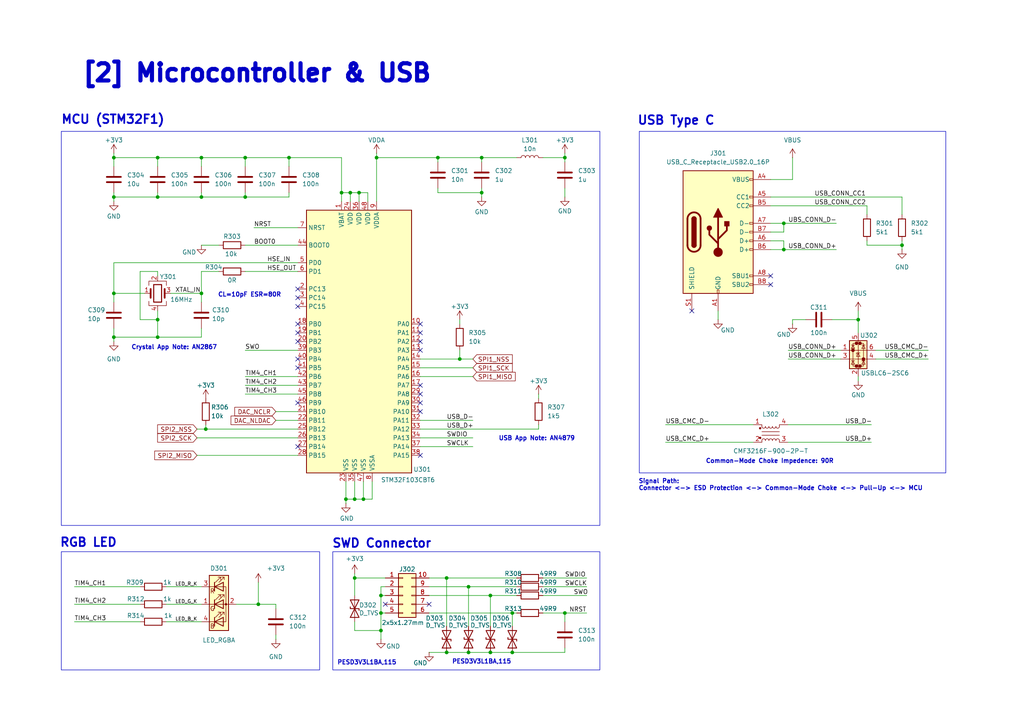
<source format=kicad_sch>
(kicad_sch (version 20231120) (generator "eeschema") (generator_version "8.0")
  (paper "A4")
  (title_block (title "Micro Controller Unit") (date "2025-02-11") (rev "0.1") (company "Le Quoc Dung"))
  (lib_symbols
    (symbol "CMF3216F-900-2P-T:D_TVS" (pin_numbers hide) (pin_names (offset 1.016) hide)
      (property "Reference" "D" (at 0 2.54 0))
      (property "Value" "D_TVS" (at 0 -2.54 0))
      (symbol "D_TVS_1_1"
        (pin passive line (at -3.81 0 0) (length 2.54) (name "A1") (number "1"))
        (pin passive line (at 3.81 0 180) (length 2.54) (name "A2") (number "2"))
      )
    )
    (symbol "Connector:USB_C_Receptacle_USB2.0_16P" (pin_names (offset 1.016))
      (property "Reference" "J" (at 0 22.225 0))
      (property "Value" "USB_C_Receptacle_USB2.0_16P" (at 0 19.685 0))
      (symbol "USB_C_Receptacle_USB2.0_16P_1_1"
        (pin passive line (at 0 -22.86 90) (length 5.08) (name "GND") (number "A1"))
        (pin passive line (at 0 -22.86 90) (length 5.08) hide (name "GND") (number "A12"))
        (pin passive line (at 15.24 15.24 180) (length 5.08) (name "VBUS") (number "A4"))
        (pin bidirectional line (at 15.24 10.16 180) (length 5.08) (name "CC1") (number "A5"))
        (pin bidirectional line (at 15.24 -2.54 180) (length 5.08) (name "D+") (number "A6"))
        (pin bidirectional line (at 15.24 2.54 180) (length 5.08) (name "D-") (number "A7"))
        (pin bidirectional line (at 15.24 -12.7 180) (length 5.08) (name "SBU1") (number "A8"))
        (pin passive line (at 15.24 15.24 180) (length 5.08) hide (name "VBUS") (number "A9"))
        (pin passive line (at 0 -22.86 90) (length 5.08) hide (name "GND") (number "B1"))
        (pin passive line (at 0 -22.86 90) (length 5.08) hide (name "GND") (number "B12"))
        (pin passive line (at 15.24 15.24 180) (length 5.08) hide (name "VBUS") (number "B4"))
        (pin bidirectional line (at 15.24 7.62 180) (length 5.08) (name "CC2") (number "B5"))
        (pin bidirectional line (at 15.24 -5.08 180) (length 5.08) (name "D+") (number "B6"))
        (pin bidirectional line (at 15.24 0 180) (length 5.08) (name "D-") (number "B7"))
        (pin bidirectional line (at 15.24 -15.24 180) (length 5.08) (name "SBU2") (number "B8"))
        (pin passive line (at 15.24 15.24 180) (length 5.08) hide (name "VBUS") (number "B9"))
        (pin passive line (at -7.62 -22.86 90) (length 5.08) (name "SHIELD") (number "S1"))
      )
    )
    (symbol "Connector_Generic:Conn_02x05_Counter_Clockwise" (pin_names (offset 1.016) hide)
      (property "Reference" "J" (at 1.27 7.62 0))
      (property "Value" "Conn_02x05_Counter_Clockwise" (at 1.27 -7.62 0))
      (symbol "Conn_02x05_Counter_Clockwise_1_1"
        (pin passive line (at -5.08 5.08 0) (length 3.81) (name "Pin_1") (number "1"))
        (pin passive line (at 7.62 5.08 180) (length 3.81) (name "Pin_10") (number "10"))
        (pin passive line (at -5.08 2.54 0) (length 3.81) (name "Pin_2") (number "2"))
        (pin passive line (at -5.08 0 0) (length 3.81) (name "Pin_3") (number "3"))
        (pin passive line (at -5.08 -2.54 0) (length 3.81) (name "Pin_4") (number "4"))
        (pin passive line (at -5.08 -5.08 0) (length 3.81) (name "Pin_5") (number "5"))
        (pin passive line (at 7.62 -5.08 180) (length 3.81) (name "Pin_6") (number "6"))
        (pin passive line (at 7.62 -2.54 180) (length 3.81) (name "Pin_7") (number "7"))
        (pin passive line (at 7.62 0 180) (length 3.81) (name "Pin_8") (number "8"))
        (pin passive line (at 7.62 2.54 180) (length 3.81) (name "Pin_9") (number "9"))
      )
    )
    (symbol "Device:C" (pin_numbers hide) (pin_names (offset 0.254))
      (property "Reference" "C" (at 0.635 2.54 0))
      (property "Value" "C" (at 0.635 -2.54 0))
      (symbol "C_1_1"
        (pin passive line (at 0 3.81 270) (length 2.794) (name "~") (number "1"))
        (pin passive line (at 0 -3.81 90) (length 2.794) (name "~") (number "2"))
      )
    )
    (symbol "Device:Crystal_GND24" (pin_names (offset 1.016) hide)
      (property "Reference" "Y" (at 3.175 5.08 0))
      (property "Value" "Crystal_GND24" (at 3.175 3.175 0))
      (symbol "Crystal_GND24_1_1"
        (pin passive line (at -3.81 0 0) (length 1.27) (name "1") (number "1"))
        (pin passive line (at 0 5.08 270) (length 1.27) (name "2") (number "2"))
        (pin passive line (at 3.81 0 180) (length 1.27) (name "3") (number "3"))
        (pin passive line (at 0 -5.08 90) (length 1.27) (name "4") (number "4"))
      )
    )
    (symbol "Device:L" (pin_numbers hide) (pin_names (offset 1.016) hide)
      (property "Reference" "L" (at -1.27 0 90))
      (property "Value" "L" (at 1.905 0 90))
      (symbol "L_1_1"
        (pin passive line (at 0 3.81 270) (length 1.27) (name "1") (number "1"))
        (pin passive line (at 0 -3.81 90) (length 1.27) (name "2") (number "2"))
      )
    )
    (symbol "Device:LED_RGBA" (pin_names (offset 0) hide)
      (property "Reference" "D2" (at 0 10.414 0))
      (property "Value" "LED_RGBA" (at 0 -10.414 0))
      (symbol "LED_RGBA_0_0"
        (text "B" (at -1.905 -6.35 0) (effects (font (size 1.27 1.27))))
        (text "G" (at -1.905 -1.27 0) (effects (font (size 1.27 1.27))))
        (text "R" (at -1.905 3.81 0) (effects (font (size 1.27 1.27))))
      )
      (symbol "LED_RGBA_1_1"
        (pin passive line (at -5.08 0 0) (length 2.54) (name "GK") (number "1"))
        (pin passive line (at 5.08 0 180) (length 2.54) (name "A") (number "2"))
        (pin passive line (at -5.08 5.08 0) (length 2.54) (name "RK") (number "3"))
        (pin passive line (at -5.08 -5.08 0) (length 2.54) (name "BK") (number "4"))
      )
    )
    (symbol "Device:R" (pin_numbers hide) (pin_names (offset 0))
      (property "Reference" "R" (at 2.032 0 90))
      (property "Value" "R" (at 0 0 90))
      (symbol "R_1_1"
        (pin passive line (at 0 3.81 270) (length 1.27) (name "~") (number "1"))
        (pin passive line (at 0 -3.81 90) (length 1.27) (name "~") (number "2"))
      )
    )
    (symbol "Filter:Choke_Wurth_WE-CNSW_744232090"
      (property "Reference" "L4" (at 0 5.588 0))
      (property "Value" "CMF3216F-900-2P-T" (at 0 -5.08 0))
      (symbol "Choke_Wurth_WE-CNSW_744232090_1_1"
        (pin passive line (at -5.08 2.54 0) (length 2.54) (name "") (number "1"))
        (pin passive line (at -5.08 -2.54 0) (length 2.54) (name "") (number "2"))
        (pin passive line (at 5.08 -2.54 180) (length 2.54) (name "") (number "3"))
        (pin passive line (at 5.08 2.54 180) (length 2.54) (name "") (number "4"))
      )
    )
    (symbol "MCU_ST_STM32F1:STM32F103CBTx"
      (property "Reference" "U4" (at 4.7341 -40.64 0))
      (property "Value" "STM32F103CBTx" (at 4.7341 -43.18 0))
      (symbol "STM32F103CBTx_1_1"
        (pin power_in line (at -5.08 40.64 270) (length 2.54) (name "VBAT") (number "1"))
        (pin bidirectional line (at 17.78 5.08 180) (length 2.54) (name "PA0") (number "10"))
        (pin bidirectional line (at 17.78 2.54 180) (length 2.54) (name "PA1") (number "11"))
        (pin bidirectional line (at 17.78 0 180) (length 2.54) (name "PA2") (number "12"))
        (pin bidirectional line (at 17.78 -2.54 180) (length 2.54) (name "PA3") (number "13"))
        (pin bidirectional line (at 17.78 -5.08 180) (length 2.54) (name "PA4") (number "14"))
        (pin bidirectional line (at 17.78 -7.62 180) (length 2.54) (name "PA5") (number "15"))
        (pin bidirectional line (at 17.78 -10.16 180) (length 2.54) (name "PA6") (number "16"))
        (pin bidirectional line (at 17.78 -12.7 180) (length 2.54) (name "PA7") (number "17"))
        (pin bidirectional line (at -17.78 5.08 0) (length 2.54) (name "PB0") (number "18"))
        (pin bidirectional line (at -17.78 2.54 0) (length 2.54) (name "PB1") (number "19"))
        (pin bidirectional line (at -17.78 15.24 0) (length 2.54) (name "PC13") (number "2"))
        (pin bidirectional line (at -17.78 0 0) (length 2.54) (name "PB2") (number "20"))
        (pin bidirectional line (at -17.78 -20.32 0) (length 2.54) (name "PB10") (number "21"))
        (pin bidirectional line (at -17.78 -22.86 0) (length 2.54) (name "PB11") (number "22"))
        (pin power_in line (at -3.81 -40.64 90) (length 2.54) (name "VSS") (number "23"))
        (pin power_in line (at -2.54 40.64 270) (length 2.54) (name "VDD") (number "24"))
        (pin bidirectional line (at -17.78 -25.4 0) (length 2.54) (name "PB12") (number "25"))
        (pin bidirectional line (at -17.78 -27.94 0) (length 2.54) (name "PB13") (number "26"))
        (pin bidirectional line (at -17.78 -30.48 0) (length 2.54) (name "PB14") (number "27"))
        (pin bidirectional line (at -17.78 -33.02 0) (length 2.54) (name "PB15") (number "28"))
        (pin bidirectional line (at 17.78 -15.24 180) (length 2.54) (name "PA8") (number "29"))
        (pin bidirectional line (at -17.78 12.7 0) (length 2.54) (name "PC14") (number "3"))
        (pin bidirectional line (at 17.78 -17.78 180) (length 2.54) (name "PA9") (number "30"))
        (pin bidirectional line (at 17.78 -20.32 180) (length 2.54) (name "PA10") (number "31"))
        (pin bidirectional line (at 17.78 -22.86 180) (length 2.54) (name "PA11") (number "32"))
        (pin bidirectional line (at 17.78 -25.4 180) (length 2.54) (name "PA12") (number "33"))
        (pin bidirectional line (at 17.78 -27.94 180) (length 2.54) (name "PA13") (number "34"))
        (pin power_in line (at -1.27 -40.64 90) (length 2.54) (name "VSS") (number "35"))
        (pin power_in line (at 0 40.64 270) (length 2.54) (name "VDD") (number "36"))
        (pin bidirectional line (at 17.78 -30.48 180) (length 2.54) (name "PA14") (number "37"))
        (pin bidirectional line (at 17.78 -33.02 180) (length 2.54) (name "PA15") (number "38"))
        (pin bidirectional line (at -17.78 -2.54 0) (length 2.54) (name "PB3") (number "39"))
        (pin bidirectional line (at -17.78 10.16 0) (length 2.54) (name "PC15") (number "4"))
        (pin bidirectional line (at -17.78 -5.08 0) (length 2.54) (name "PB4") (number "40"))
        (pin bidirectional line (at -17.78 -7.62 0) (length 2.54) (name "PB5") (number "41"))
        (pin bidirectional line (at -17.78 -10.16 0) (length 2.54) (name "PB6") (number "42"))
        (pin bidirectional line (at -17.78 -12.7 0) (length 2.54) (name "PB7") (number "43"))
        (pin input line (at -17.78 27.94 0) (length 2.54) (name "BOOT0") (number "44"))
        (pin bidirectional line (at -17.78 -15.24 0) (length 2.54) (name "PB8") (number "45"))
        (pin bidirectional line (at -17.78 -17.78 0) (length 2.54) (name "PB9") (number "46"))
        (pin power_in line (at 1.27 -40.64 90) (length 2.54) (name "VSS") (number "47"))
        (pin power_in line (at 2.54 40.64 270) (length 2.54) (name "VDD") (number "48"))
        (pin bidirectional line (at -17.78 22.86 0) (length 2.54) (name "PD0") (number "5"))
        (pin bidirectional line (at -17.78 20.32 0) (length 2.54) (name "PD1") (number "6"))
        (pin input line (at -17.78 33.02 0) (length 2.54) (name "NRST") (number "7"))
        (pin power_in line (at 3.81 -40.64 90) (length 2.54) (name "VSSA") (number "8"))
        (pin power_in line (at 5.08 40.64 270) (length 2.54) (name "VDDA") (number "9"))
      )
    )
    (symbol "Power_Protection:USBLC6-2SC6" (pin_names hide)
      (property "Reference" "U" (at 0.635 5.715 0))
      (property "Value" "USBLC6-2SC6" (at 0.635 3.81 0))
      (symbol "USBLC6-2SC6_1_1"
        (pin passive line (at -5.08 0 0) (length 2.54) (name "I/O1") (number "1"))
        (pin passive line (at 0 -7.62 90) (length 2.54) (name "GND") (number "2"))
        (pin passive line (at -5.08 -2.54 0) (length 2.54) (name "I/O2") (number "3"))
        (pin passive line (at 5.08 -2.54 180) (length 2.54) (name "I/O2") (number "4"))
        (pin passive line (at 0 5.08 270) (length 2.54) (name "VBUS") (number "5"))
        (pin passive line (at 5.08 0 180) (length 2.54) (name "I/O1") (number "6"))
      )
    )
    (symbol "power:+3V3" (power) (pin_numbers hide) (pin_names (offset 0) hide)
      (property "Value" "+3V3" (at 0 3.556 0))
      (symbol "+3V3_1_1"
        (pin power_in line (at 0 0 90) (length 0) (name "~") (number "1"))
      )
    )
    (symbol "power:GND" (power) (pin_numbers hide) (pin_names (offset 0) hide)
      (property "Value" "GND" (at 0 -3.81 0))
      (symbol "GND_1_1"
        (pin power_in line (at 0 0 270) (length 0) (name "~") (number "1"))
      )
    )
    (symbol "power:VBUS" (power) (pin_numbers hide) (pin_names (offset 0) hide)
      (property "Value" "VBUS" (at 0 3.556 0))
      (symbol "VBUS_1_1"
        (pin power_in line (at 0 0 90) (length 0) (name "~") (number "1"))
      )
    )
    (symbol "power:VDDA" (power) (pin_numbers hide) (pin_names (offset 0) hide)
      (property "Value" "VDDA" (at 0 3.556 0))
      (symbol "VDDA_1_1"
        (pin power_in line (at 0 0 90) (length 0) (name "~") (number "1"))
      )
    )
  )
  (junction (at 135.89 189.23))
  (junction (at 71.12 45.72))
  (junction (at 58.42 45.72))
  (junction (at 248.92 92.71))
  (junction (at 110.49 177.8))
  (junction (at 261.62 71.12))
  (junction (at 105.41 144.78))
  (junction (at 127 45.72))
  (junction (at 227.33 64.77))
  (junction (at 58.42 57.15))
  (junction (at 33.02 45.72))
  (junction (at 142.24 189.23))
  (junction (at 163.83 45.72))
  (junction (at 102.87 144.78))
  (junction (at 139.7 45.72))
  (junction (at 109.22 45.72))
  (junction (at 139.7 55.88))
  (junction (at 58.42 85.09))
  (junction (at 74.93 175.26))
  (junction (at 163.83 177.8))
  (junction (at 101.6 55.88))
  (junction (at 135.89 170.18))
  (junction (at 148.59 177.8))
  (junction (at 99.06 55.88))
  (junction (at 45.72 92.71))
  (junction (at 129.54 167.64))
  (junction (at 45.72 45.72))
  (junction (at 102.87 167.64))
  (junction (at 110.49 182.88))
  (junction (at 142.24 172.72))
  (junction (at 59.69 124.46))
  (junction (at 33.02 97.79))
  (junction (at 110.49 172.72))
  (junction (at 33.02 57.15))
  (junction (at 100.33 144.78))
  (junction (at 227.33 72.39))
  (junction (at 33.02 85.09))
  (junction (at 45.72 57.15))
  (junction (at 148.59 189.23))
  (junction (at 45.72 97.79))
  (junction (at 133.35 104.14))
  (junction (at 83.82 45.72))
  (junction (at 104.14 55.88))
  (junction (at 129.54 189.23))
  (junction (at 71.12 57.15))
  (no_connect (at 111.76 175.26))
  (no_connect (at 121.92 101.6))
  (no_connect (at 121.92 116.84))
  (no_connect (at 86.36 88.9))
  (no_connect (at 86.36 106.68))
  (no_connect (at 121.92 132.08))
  (no_connect (at 121.92 93.98))
  (no_connect (at 86.36 86.36))
  (no_connect (at 86.36 93.98))
  (no_connect (at 86.36 83.82))
  (no_connect (at 223.52 80.01))
  (no_connect (at 121.92 99.06))
  (no_connect (at 86.36 129.54))
  (no_connect (at 124.46 175.26))
  (no_connect (at 121.92 96.52))
  (no_connect (at 223.52 82.55))
  (no_connect (at 121.92 111.76))
  (no_connect (at 121.92 114.3))
  (no_connect (at 86.36 96.52))
  (no_connect (at 121.92 119.38))
  (no_connect (at 86.36 116.84))
  (no_connect (at 200.66 90.17))
  (no_connect (at 86.36 104.14))
  (no_connect (at 86.36 99.06))
  (wire (pts (xy 40.64 78.74) (xy 45.72 78.74)))
  (wire (pts (xy 223.52 57.15) (xy 261.62 57.15)))
  (wire (pts (xy 139.7 54.61) (xy 139.7 55.88)))
  (wire (pts (xy 248.92 90.17) (xy 248.92 92.71)))
  (wire (pts (xy 104.14 55.88) (xy 104.14 58.42)))
  (wire (pts (xy 80.01 121.92) (xy 86.36 121.92)))
  (wire (pts (xy 157.48 45.72) (xy 163.83 45.72)))
  (wire (pts (xy 110.49 177.8) (xy 110.49 172.72)))
  (wire (pts (xy 223.52 64.77) (xy 227.33 64.77)))
  (wire (pts (xy 157.48 172.72) (xy 170.18 172.72)))
  (wire (pts (xy 129.54 167.64) (xy 149.86 167.64)))
  (wire (pts (xy 223.52 69.85) (xy 227.33 69.85)))
  (wire (pts (xy 121.92 121.92) (xy 137.16 121.92)))
  (wire (pts (xy 229.87 52.07) (xy 229.87 45.72)))
  (wire (pts (xy 71.12 45.72) (xy 71.12 48.26)))
  (wire (pts (xy 71.12 114.3) (xy 86.36 114.3)))
  (wire (pts (xy 83.82 57.15) (xy 71.12 57.15)))
  (wire (pts (xy 58.42 55.88) (xy 58.42 57.15)))
  (wire (pts (xy 57.15 132.08) (xy 86.36 132.08)))
  (wire (pts (xy 110.49 177.8) (xy 111.76 177.8)))
  (wire (pts (xy 163.83 54.61) (xy 163.83 57.15)))
  (wire (pts (xy 109.22 45.72) (xy 109.22 58.42)))
  (wire (pts (xy 71.12 101.6) (xy 86.36 101.6)))
  (wire (pts (xy 71.12 78.74) (xy 86.36 78.74)))
  (wire (pts (xy 80.01 175.26) (xy 80.01 176.53)))
  (wire (pts (xy 133.35 101.6) (xy 133.35 104.14)))
  (wire (pts (xy 157.48 167.64) (xy 170.18 167.64)))
  (wire (pts (xy 33.02 45.72) (xy 33.02 44.45)))
  (wire (pts (xy 105.41 144.78) (xy 102.87 144.78)))
  (wire (pts (xy 251.46 59.69) (xy 223.52 59.69)))
  (wire (pts (xy 86.36 76.2) (xy 33.02 76.2)))
  (wire (pts (xy 74.93 168.91) (xy 74.93 175.26)))
  (wire (pts (xy 248.92 92.71) (xy 248.92 96.52)))
  (wire (pts (xy 110.49 182.88) (xy 110.49 177.8)))
  (wire (pts (xy 80.01 184.15) (xy 80.01 185.42)))
  (wire (pts (xy 127 55.88) (xy 139.7 55.88)))
  (wire (pts (xy 124.46 189.23) (xy 129.54 189.23)))
  (wire (pts (xy 102.87 144.78) (xy 100.33 144.78)))
  (wire (pts (xy 121.92 109.22) (xy 137.16 109.22)))
  (wire (pts (xy 45.72 78.74) (xy 45.72 80.01)))
  (wire (pts (xy 133.35 92.71) (xy 133.35 93.98)))
  (wire (pts (xy 121.92 124.46) (xy 156.21 124.46)))
  (wire (pts (xy 59.69 124.46) (xy 86.36 124.46)))
  (wire (pts (xy 124.46 170.18) (xy 135.89 170.18)))
  (wire (pts (xy 48.26 170.18) (xy 58.42 170.18)))
  (wire (pts (xy 129.54 189.23) (xy 135.89 189.23)))
  (wire (pts (xy 71.12 109.22) (xy 86.36 109.22)))
  (wire (pts (xy 223.52 72.39) (xy 227.33 72.39)))
  (wire (pts (xy 106.68 58.42) (xy 106.68 55.88)))
  (wire (pts (xy 45.72 45.72) (xy 45.72 48.26)))
  (wire (pts (xy 33.02 76.2) (xy 33.02 85.09)))
  (wire (pts (xy 142.24 189.23) (xy 148.59 189.23)))
  (wire (pts (xy 121.92 129.54) (xy 137.16 129.54)))
  (wire (pts (xy 74.93 175.26) (xy 80.01 175.26)))
  (wire (pts (xy 105.41 139.7) (xy 105.41 144.78)))
  (wire (pts (xy 157.48 177.8) (xy 163.83 177.8)))
  (wire (pts (xy 102.87 182.88) (xy 110.49 182.88)))
  (wire (pts (xy 99.06 45.72) (xy 99.06 55.88)))
  (wire (pts (xy 109.22 45.72) (xy 127 45.72)))
  (wire (pts (xy 156.21 115.57) (xy 156.21 114.3)))
  (wire (pts (xy 248.92 109.22) (xy 248.92 110.49)))
  (wire (pts (xy 110.49 172.72) (xy 110.49 170.18)))
  (wire (pts (xy 63.5 78.74) (xy 58.42 78.74)))
  (wire (pts (xy 139.7 57.15) (xy 139.7 55.88)))
  (wire (pts (xy 83.82 45.72) (xy 71.12 45.72)))
  (wire (pts (xy 124.46 177.8) (xy 148.59 177.8)))
  (wire (pts (xy 142.24 172.72) (xy 149.86 172.72)))
  (wire (pts (xy 135.89 170.18) (xy 149.86 170.18)))
  (wire (pts (xy 107.95 139.7) (xy 107.95 144.78)))
  (wire (pts (xy 193.04 128.27) (xy 218.44 128.27)))
  (wire (pts (xy 102.87 167.64) (xy 102.87 166.37)))
  (wire (pts (xy 227.33 69.85) (xy 227.33 72.39)))
  (wire (pts (xy 227.33 72.39) (xy 242.57 72.39)))
  (wire (pts (xy 251.46 62.23) (xy 251.46 59.69)))
  (wire (pts (xy 58.42 45.72) (xy 58.42 48.26)))
  (wire (pts (xy 33.02 57.15) (xy 33.02 55.88)))
  (wire (pts (xy 33.02 97.79) (xy 45.72 97.79)))
  (wire (pts (xy 101.6 55.88) (xy 101.6 58.42)))
  (wire (pts (xy 261.62 69.85) (xy 261.62 71.12)))
  (wire (pts (xy 254 104.14) (xy 269.24 104.14)))
  (wire (pts (xy 100.33 139.7) (xy 100.33 144.78)))
  (wire (pts (xy 261.62 57.15) (xy 261.62 62.23)))
  (wire (pts (xy 58.42 57.15) (xy 45.72 57.15)))
  (wire (pts (xy 99.06 55.88) (xy 101.6 55.88)))
  (wire (pts (xy 21.59 175.26) (xy 40.64 175.26)))
  (wire (pts (xy 121.92 104.14) (xy 133.35 104.14)))
  (wire (pts (xy 45.72 97.79) (xy 58.42 97.79)))
  (wire (pts (xy 101.6 55.88) (xy 104.14 55.88)))
  (wire (pts (xy 40.64 92.71) (xy 40.64 78.74)))
  (wire (pts (xy 157.48 170.18) (xy 170.18 170.18)))
  (wire (pts (xy 71.12 111.76) (xy 86.36 111.76)))
  (wire (pts (xy 71.12 45.72) (xy 58.42 45.72)))
  (wire (pts (xy 33.02 45.72) (xy 33.02 48.26)))
  (wire (pts (xy 156.21 124.46) (xy 156.21 123.19)))
  (wire (pts (xy 33.02 85.09) (xy 33.02 87.63)))
  (wire (pts (xy 127 45.72) (xy 139.7 45.72)))
  (wire (pts (xy 223.52 52.07) (xy 229.87 52.07)))
  (wire (pts (xy 227.33 67.31) (xy 227.33 64.77)))
  (wire (pts (xy 21.59 180.34) (xy 40.64 180.34)))
  (wire (pts (xy 58.42 71.12) (xy 63.5 71.12)))
  (wire (pts (xy 127 45.72) (xy 127 46.99)))
  (wire (pts (xy 129.54 167.64) (xy 129.54 181.61)))
  (wire (pts (xy 127 54.61) (xy 127 55.88)))
  (wire (pts (xy 111.76 167.64) (xy 102.87 167.64)))
  (wire (pts (xy 251.46 71.12) (xy 261.62 71.12)))
  (wire (pts (xy 58.42 95.25) (xy 58.42 97.79)))
  (wire (pts (xy 45.72 90.17) (xy 45.72 92.71)))
  (wire (pts (xy 48.26 175.26) (xy 58.42 175.26)))
  (wire (pts (xy 251.46 69.85) (xy 251.46 71.12)))
  (wire (pts (xy 193.04 123.19) (xy 218.44 123.19)))
  (wire (pts (xy 33.02 85.09) (xy 41.91 85.09)))
  (wire (pts (xy 45.72 92.71) (xy 45.72 97.79)))
  (wire (pts (xy 104.14 55.88) (xy 106.68 55.88)))
  (wire (pts (xy 48.26 180.34) (xy 58.42 180.34)))
  (wire (pts (xy 58.42 85.09) (xy 58.42 87.63)))
  (wire (pts (xy 59.69 123.19) (xy 59.69 124.46)))
  (wire (pts (xy 228.6 101.6) (xy 243.84 101.6)))
  (wire (pts (xy 102.87 139.7) (xy 102.87 144.78)))
  (wire (pts (xy 110.49 172.72) (xy 111.76 172.72)))
  (wire (pts (xy 45.72 55.88) (xy 45.72 57.15)))
  (wire (pts (xy 163.83 44.45) (xy 163.83 45.72)))
  (wire (pts (xy 83.82 45.72) (xy 99.06 45.72)))
  (wire (pts (xy 71.12 71.12) (xy 86.36 71.12)))
  (wire (pts (xy 241.3 92.71) (xy 248.92 92.71)))
  (wire (pts (xy 228.6 104.14) (xy 243.84 104.14)))
  (wire (pts (xy 58.42 85.09) (xy 49.53 85.09)))
  (wire (pts (xy 135.89 170.18) (xy 135.89 181.61)))
  (wire (pts (xy 135.89 189.23) (xy 142.24 189.23)))
  (wire (pts (xy 229.87 92.71) (xy 233.68 92.71)))
  (wire (pts (xy 83.82 55.88) (xy 83.82 57.15)))
  (wire (pts (xy 148.59 177.8) (xy 148.59 181.61)))
  (wire (pts (xy 163.83 189.23) (xy 163.83 187.96)))
  (wire (pts (xy 228.6 123.19) (xy 252.73 123.19)))
  (wire (pts (xy 58.42 78.74) (xy 58.42 85.09)))
  (wire (pts (xy 57.15 124.46) (xy 59.69 124.46)))
  (wire (pts (xy 142.24 172.72) (xy 142.24 181.61)))
  (wire (pts (xy 148.59 189.23) (xy 163.83 189.23)))
  (wire (pts (xy 133.35 104.14) (xy 137.16 104.14)))
  (wire (pts (xy 148.59 177.8) (xy 149.86 177.8)))
  (wire (pts (xy 33.02 97.79) (xy 33.02 99.06)))
  (wire (pts (xy 100.33 144.78) (xy 100.33 146.05)))
  (wire (pts (xy 45.72 45.72) (xy 33.02 45.72)))
  (wire (pts (xy 228.6 128.27) (xy 252.73 128.27)))
  (wire (pts (xy 223.52 67.31) (xy 227.33 67.31)))
  (wire (pts (xy 33.02 97.79) (xy 33.02 95.25)))
  (wire (pts (xy 45.72 92.71) (xy 40.64 92.71)))
  (wire (pts (xy 21.59 170.18) (xy 40.64 170.18)))
  (wire (pts (xy 102.87 180.34) (xy 102.87 182.88)))
  (wire (pts (xy 83.82 45.72) (xy 83.82 48.26)))
  (wire (pts (xy 109.22 44.45) (xy 109.22 45.72)))
  (wire (pts (xy 163.83 177.8) (xy 170.18 177.8)))
  (wire (pts (xy 121.92 127) (xy 137.16 127)))
  (wire (pts (xy 261.62 71.12) (xy 261.62 72.39)))
  (wire (pts (xy 163.83 45.72) (xy 163.83 46.99)))
  (wire (pts (xy 254 101.6) (xy 269.24 101.6)))
  (wire (pts (xy 102.87 167.64) (xy 102.87 172.72)))
  (wire (pts (xy 71.12 55.88) (xy 71.12 57.15)))
  (wire (pts (xy 110.49 170.18) (xy 111.76 170.18)))
  (wire (pts (xy 229.87 93.98) (xy 229.87 92.71)))
  (wire (pts (xy 121.92 106.68) (xy 137.16 106.68)))
  (wire (pts (xy 227.33 64.77) (xy 242.57 64.77)))
  (wire (pts (xy 45.72 57.15) (xy 33.02 57.15)))
  (wire (pts (xy 57.15 127) (xy 86.36 127)))
  (wire (pts (xy 68.58 175.26) (xy 74.93 175.26)))
  (wire (pts (xy 208.28 90.17) (xy 208.28 92.71)))
  (wire (pts (xy 163.83 177.8) (xy 163.83 180.34)))
  (wire (pts (xy 110.49 185.42) (xy 110.49 182.88)))
  (wire (pts (xy 107.95 144.78) (xy 105.41 144.78)))
  (wire (pts (xy 33.02 58.42) (xy 33.02 57.15)))
  (wire (pts (xy 80.01 119.38) (xy 86.36 119.38)))
  (wire (pts (xy 73.66 66.04) (xy 86.36 66.04)))
  (wire (pts (xy 71.12 57.15) (xy 58.42 57.15)))
  (wire (pts (xy 99.06 55.88) (xy 99.06 58.42)))
  (wire (pts (xy 139.7 45.72) (xy 139.7 46.99)))
  (wire (pts (xy 124.46 167.64) (xy 129.54 167.64)))
  (wire (pts (xy 124.46 172.72) (xy 142.24 172.72)))
  (wire (pts (xy 139.7 45.72) (xy 149.86 45.72)))
  (wire (pts (xy 58.42 45.72) (xy 45.72 45.72)))
  (rectangle (start 185.42 38.1) (end 274.32 137.16))
  (rectangle (start 96.52 160.02) (end 173.99 194.31))
  (rectangle (start 17.78 160.02) (end 92.71 194.31))
  (rectangle (start 17.78 38.1) (end 173.99 152.4))
  (text "PESD3V3L1BA,115\n" (at 139.7 192.024 0) (effects (font (size 1.25 1.25) (thickness 0.254) (bold yes))))
  (text "[2] Microcontroller & USB " (at 76.454 21.336 0) (effects (font (size 5 5) (thickness 1.2) (bold yes))))
  (text "Common-Mode Choke Impedence: 90R\n" (at 223.266 133.858 0) (effects (font (size 1.25 1.25) (thickness 0.254) (bold yes))))
  (text "RGB LED\n" (at 25.654 157.48 0) (effects (font (size 2.5 2.5) (thickness 0.5) (bold yes))))
  (text "USB Type C" (at 196.088 35.052 0) (effects (font (size 2.5 2.5) (thickness 0.5) (bold yes))))
  (text "SWD Connector\n" (at 110.744 157.734 0) (effects (font (size 2.5 2.5) (thickness 0.5) (bold yes))))
  (text "PESD3V3L1BA,115\n" (at 106.426 192.278 0) (effects (font (size 1.25 1.25) (thickness 0.254) (bold yes))))
  (text "Crystal App Note: AN2867\n" (at 50.546 100.838 0) (effects (font (size 1.25 1.25) (thickness 0.254) (bold yes))))
  (text "CL=10pF ESR=80R" (at 72.39 85.598 0) (effects (font (size 1.25 1.25) (thickness 0.254) (bold yes))))
  (text "USB App Note: AN4879\n" (at 155.702 127.254 0) (effects (font (size 1.25 1.25) (thickness 0.254) (bold yes))))
  (text "Signal Path:\nConnector <-> ESD Protection <-> Common-Mode Choke <-> Pull-Up <-> MCU" (at 185.166 140.716 0) (effects (font (size 1.25 1.25) (thickness 0.254) (bold yes)) (justify left)))
  (text "MCU (STM32F1)" (at 32.766 34.798 0) (effects (font (size 2.5 2.5) (thickness 0.5) (bold yes))))
  (label "LED_B_K" (at 50.8 180.34 0) (effects (font (size 1 1))))
  (label "SWO" (at 166.37 172.72 0))
  (label "TIM4_CH2" (at 71.12 111.76 0))
  (label "USB_CMC_D+" (at 256.54 104.14 0))
  (label "USB_CONN_D+" (at 228.6 72.39 0))
  (label "LED_G_K" (at 50.8 175.26 0) (effects (font (size 1 1))))
  (label "TIM4_CH3" (at 71.12 114.3 0))
  (label "USB_CONN_CC2" (at 236.22 59.69 0))
  (label "SWO" (at 71.12 101.6 0))
  (label "UBS_CONN_D-" (at 228.6 64.77 0))
  (label "LED_R_K" (at 50.8 170.18 0) (effects (font (size 1 1))))
  (label "TIM4_CH2" (at 21.59 175.26 0))
  (label "USB_D-" (at 129.54 121.92 0))
  (label "SWDIO" (at 129.54 127 0))
  (label "BOOT0" (at 73.66 71.12 0))
  (label "XTAL_IN" (at 50.8 85.09 0))
  (label "USB_CONN_CC1" (at 236.22 57.15 0))
  (label "USB_CMC_D+" (at 193.04 128.27 0))
  (label "SWDIO" (at 163.83 167.64 0))
  (label "SWCLK" (at 163.83 170.18 0))
  (label "USB_D+" (at 129.54 124.46 0))
  (label "NRST" (at 73.66 66.04 0))
  (label "NRST" (at 165.1 177.8 0))
  (label "HSE_IN" (at 77.47 76.2 0))
  (label "USB_CMC_D-" (at 193.04 123.19 0))
  (label "USB_CONN_D+" (at 228.6 101.6 0))
  (label "HSE_OUT" (at 77.47 78.74 0))
  (label "SWCLK" (at 129.54 129.54 0))
  (label "USB_CONN_D+" (at 228.6 104.14 0))
  (label "TIM4_CH1" (at 21.59 170.18 0))
  (label "USB_D+" (at 245.11 128.27 0))
  (label "TIM4_CH1" (at 71.12 109.22 0))
  (label "TIM4_CH3" (at 21.59 180.34 0))
  (label "USB_CMC_D-" (at 256.54 101.6 0))
  (label "USB_D-" (at 245.11 123.19 0))
  (global_label "SPI2_MISO" (shape input) (at 57.15 132.08 180) (property "Intersheetrefs" "${INTERSHEET_REFS}" (effects (hide yes))))
  (global_label "SPI2_NSS" (shape input) (at 57.15 124.46 180) (property "Intersheetrefs" "${INTERSHEET_REFS}" (effects (hide yes))))
  (global_label "SPI1_NSS" (shape input) (at 137.16 104.14 0) (property "Intersheetrefs" "${INTERSHEET_REFS}" (effects (hide yes))))
  (global_label "DAC_NLDAC" (shape input) (at 80.01 121.92 180) (property "Intersheetrefs" "${INTERSHEET_REFS}" (effects (hide yes))))
  (global_label "DAC_NCLR" (shape input) (at 80.01 119.38 180) (property "Intersheetrefs" "${INTERSHEET_REFS}" (effects (hide yes))))
  (global_label "SPI1_MISO" (shape input) (at 137.16 109.22 0) (property "Intersheetrefs" "${INTERSHEET_REFS}" (effects (hide yes))))
  (global_label "SPI2_SCK" (shape input) (at 57.15 127 180) (property "Intersheetrefs" "${INTERSHEET_REFS}" (effects (hide yes))))
  (global_label "SPI1_SCK" (shape input) (at 137.16 106.68 0) (property "Intersheetrefs" "${INTERSHEET_REFS}" (effects (hide yes))))
  (symbol (lib_id "Connector:USB_C_Receptacle_USB2.0_16P") (at 208.28 67.31 0) (unit 1)
    (property "Reference" "J301" (at 208.28 44.45 0))
    (property "Value" "USB_C_Receptacle_USB2.0_16P" (at 208.28 46.99 0))
    (property "Footprint" "Connector_USB:USB_C_Receptacle_HRO_TYPE-C-31-M-12" (effects (hide yes)))
    (property "Datasheet" "https://www.usb.org/sites/default/files/documents/usb_type-c.zip" (effects (hide yes)))
    (property "Description" "USB 2.0-only 16P Type-C Receptacle connector" (effects (hide yes)))
  )
  (symbol (lib_id "power:GND") (at 248.92 110.49 0) (unit 1)
    (property "Reference" "#PWR0315" (effects (hide yes)))
    (property "Value" "GND" (at 248.92 114.554 0))
    (property "Description" "Power symbol creates a global label with name \"GND\" , ground" (effects (hide yes)))
  )
  (symbol (lib_id "Device:C") (at 139.7 50.8 0) (unit 1)
    (property "Reference" "C302" (at 143.51 49.5299 0) (effects (justify left)))
    (property "Value" "1u" (at 143.51 52.0699 0) (effects (justify left)))
    (property "Footprint" "Capacitor_SMD:C_0603_1608Metric" (effects (hide yes)))
    (property "Description" "Unpolarized capacitor" (effects (hide yes)))
  )
  (symbol (lib_id "power:+3V3") (at 102.87 166.37 0) (unit 1)
    (property "Reference" "#PWR0319" (effects (hide yes)))
    (property "Value" "+3V3" (at 102.87 162.052 0))
    (property "Description" "Power symbol creates a global label with name \"+3V3\"" (effects (hide yes)))
  )
  (symbol (lib_id "power:+3V3") (at 59.69 115.57 0) (unit 1)
    (property "Reference" "#PWR0317" (effects (hide yes)))
    (property "Value" "+3V3" (at 59.69 111.76 0))
    (property "Description" "Power symbol creates a global label with name \"+3V3\"" (effects (hide yes)))
  )
  (symbol (lib_id "Device:C") (at 71.12 52.07 0) (unit 1)
    (property "Reference" "C307" (at 74.93 50.7999 0) (effects (justify left)))
    (property "Value" "100n" (at 74.93 53.3399 0) (effects (justify left)))
    (property "Footprint" "Capacitor_SMD:C_0402_1005Metric" (effects (hide yes)))
    (property "Description" "Unpolarized capacitor" (effects (hide yes)))
  )
  (symbol (lib_id "power:GND") (at 80.01 185.42 0) (unit 1)
    (property "Reference" "#PWR0321" (effects (hide yes)))
    (property "Value" "GND" (at 80.01 190.5 0))
    (property "Description" "Power symbol creates a global label with name \"GND\" , ground" (effects (hide yes)))
  )
  (symbol (lib_id "Device:C") (at 33.02 52.07 0) (unit 1)
    (property "Reference" "C304" (at 36.83 50.7999 0) (effects (justify left)))
    (property "Value" "10u" (at 36.83 53.3399 0) (effects (justify left)))
    (property "Footprint" "Capacitor_SMD:C_0603_1608Metric" (effects (hide yes)))
    (property "Description" "Unpolarized capacitor" (effects (hide yes)))
  )
  (symbol (lib_id "Device:R") (at 261.62 66.04 0) (unit 1)
    (property "Reference" "R302" (at 264.16 64.7699 0) (effects (justify left)))
    (property "Value" "5k1" (at 264.16 67.3099 0) (effects (justify left)))
    (property "Footprint" "Resistor_SMD:R_0402_1005Metric" (effects (hide yes)))
    (property "Description" "Resistor" (effects (hide yes)))
  )
  (symbol (lib_id "CMF3216F-900-2P-T:D_TVS") (at 129.54 185.42 90) (unit 1)
    (property "Reference" "D303" (at 123.444 179.324 90) (effects (justify right)))
    (property "Value" "D_TVS" (at 123.444 181.356 90) (effects (justify right)))
    (property "Footprint" "Diode_SMD:D_SOD-323" (effects (hide yes)))
    (property "Description" "Bidirectional transient-voltage-suppression diode" (effects (hide yes)))
  )
  (symbol (lib_id "power:GND") (at 110.49 185.42 0) (unit 1)
    (property "Reference" "#PWR0322" (effects (hide yes)))
    (property "Value" "GND" (at 114.046 187.452 0))
    (property "Description" "Power symbol creates a global label with name \"GND\" , ground" (effects (hide yes)))
  )
  (symbol (lib_id "Device:R") (at 156.21 119.38 0) (unit 1)
    (property "Reference" "R307" (at 158.75 118.1099 0) (effects (justify left)))
    (property "Value" "1k5" (at 158.75 120.6499 0) (effects (justify left)))
    (property "Footprint" "Resistor_SMD:R_0402_1005Metric" (effects (hide yes)))
    (property "Description" "Resistor" (effects (hide yes)))
  )
  (symbol (lib_id "Device:R") (at 153.67 170.18 90) (unit 1)
    (property "Reference" "R310" (at 148.844 168.91 90))
    (property "Value" "49R9" (at 159.004 168.91 90))
    (property "Footprint" "Resistor_SMD:R_0402_1005Metric" (effects (hide yes)))
    (property "Description" "Resistor" (effects (hide yes)))
  )
  (symbol (lib_id "power:GND") (at 261.62 72.39 0) (unit 1)
    (property "Reference" "#PWR0309" (effects (hide yes)))
    (property "Value" "GND" (at 261.62 77.47 0))
    (property "Description" "Power symbol creates a global label with name \"GND\" , ground" (effects (hide yes)))
  )
  (symbol (lib_id "Device:C") (at 163.83 184.15 0) (unit 1)
    (property "Reference" "C313" (at 167.64 182.8799 0) (effects (justify left)))
    (property "Value" "100n" (at 167.64 185.4199 0) (effects (justify left)))
    (property "Footprint" "Capacitor_SMD:C_0402_1005Metric" (effects (hide yes)))
    (property "Description" "Unpolarized capacitor" (effects (hide yes)))
  )
  (symbol (lib_id "Device:R") (at 67.31 78.74 90) (unit 1)
    (property "Reference" "R304" (at 61.976 77.47 90))
    (property "Value" "0R" (at 67.31 81.28 90))
    (property "Footprint" "Resistor_SMD:R_0402_1005Metric" (effects (hide yes)))
    (property "Description" "Resistor" (effects (hide yes)))
  )
  (symbol (lib_id "power:VDDA") (at 109.22 44.45 0) (unit 1)
    (property "Reference" "#PWR0302" (effects (hide yes)))
    (property "Value" "VDDA" (at 109.22 40.64 0))
    (property "Description" "Power symbol creates a global label with name \"VDDA\"" (effects (hide yes)))
  )
  (symbol (lib_id "power:+3V3") (at 133.35 92.71 0) (unit 1)
    (property "Reference" "#PWR0311" (effects (hide yes)))
    (property "Value" "+3V3" (at 133.35 88.9 0))
    (property "Description" "Power symbol creates a global label with name \"+3V3\"" (effects (hide yes)))
  )
  (symbol (lib_id "Device:R") (at 44.45 170.18 90) (unit 1)
    (property "Reference" "R309" (at 39.116 168.91 90))
    (property "Value" "1k" (at 48.514 168.91 90))
    (property "Footprint" "Resistor_SMD:R_0402_1005Metric" (effects (hide yes)))
    (property "Description" "Resistor" (effects (hide yes)))
  )
  (symbol (lib_id "power:+3V3") (at 163.83 44.45 0) (unit 1)
    (property "Reference" "#PWR0303" (effects (hide yes)))
    (property "Value" "+3V3" (at 163.83 40.64 0))
    (property "Description" "Power symbol creates a global label with name \"+3V3\"" (effects (hide yes)))
  )
  (symbol (lib_id "Filter:Choke_Wurth_WE-CNSW_744232090") (at 223.52 125.73 0) (unit 1)
    (property "Reference" "L302" (at 223.52 120.142 0))
    (property "Value" "CMF3216F-900-2P-T" (at 223.52 130.81 0))
    (property "Footprint" "Inductor_SMD:L_CommonMode_Wurth_WE-CNSW-1206" (effects (hide yes)))
    (property "Datasheet" "https://www.we-online.com/components/products/datasheet/744232090.pdf" (effects (hide yes)))
    (property "Description" "Common mode choke, 370 mA, 125VDC, USB2.0, 111 nH" (effects (hide yes)))
  )
  (symbol (lib_id "power:+3V3") (at 74.93 168.91 0) (unit 1)
    (property "Reference" "#PWR0320" (effects (hide yes)))
    (property "Value" "+3V3" (at 80.01 164.846 0))
    (property "Description" "Power symbol creates a global label with name \"+3V3\"" (effects (hide yes)))
  )
  (symbol (lib_id "Device:C") (at 83.82 52.07 0) (unit 1)
    (property "Reference" "C308" (at 87.63 50.7999 0) (effects (justify left)))
    (property "Value" "100n" (at 87.63 53.3399 0) (effects (justify left)))
    (property "Footprint" "Capacitor_SMD:C_0402_1005Metric" (effects (hide yes)))
    (property "Description" "Unpolarized capacitor" (effects (hide yes)))
  )
  (symbol (lib_id "Device:R") (at 44.45 175.26 90) (unit 1)
    (property "Reference" "R312" (at 39.37 173.736 90))
    (property "Value" "1k" (at 48.514 173.736 90))
    (property "Footprint" "Resistor_SMD:R_0402_1005Metric" (effects (hide yes)))
    (property "Description" "Resistor" (effects (hide yes)))
  )
  (symbol (lib_id "CMF3216F-900-2P-T:D_TVS") (at 102.87 176.53 90) (unit 1)
    (property "Reference" "D302" (at 104.14 175.514 90) (effects (justify right)))
    (property "Value" "D_TVS" (at 104.14 177.8 90) (effects (justify right)))
    (property "Footprint" "Diode_SMD:D_SOD-323" (effects (hide yes)))
    (property "Description" "Bidirectional transient-voltage-suppression diode" (effects (hide yes)))
  )
  (symbol (lib_id "Device:C") (at 163.83 50.8 0) (unit 1)
    (property "Reference" "C303" (at 167.64 49.5299 0) (effects (justify left)))
    (property "Value" "1u" (at 167.64 52.0699 0) (effects (justify left)))
    (property "Footprint" "Capacitor_SMD:C_0603_1608Metric" (effects (hide yes)))
    (property "Description" "Unpolarized capacitor" (effects (hide yes)))
  )
  (symbol (lib_id "power:GND") (at 33.02 58.42 0) (unit 1)
    (property "Reference" "#PWR0307" (effects (hide yes)))
    (property "Value" "GND" (at 33.02 62.738 0))
    (property "Description" "Power symbol creates a global label with name \"GND\" , ground" (effects (hide yes)))
  )
  (symbol (lib_id "power:GND") (at 208.28 92.71 0) (unit 1)
    (property "Reference" "#PWR0312" (effects (hide yes)))
    (property "Value" "GND" (at 211.074 95.758 0))
    (property "Description" "Power symbol creates a global label with name \"GND\" , ground" (effects (hide yes)))
  )
  (symbol (lib_id "Device:Crystal_GND24") (at 45.72 85.09 0) (unit 1)
    (property "Reference" "Y301" (at 48.768 80.264 0))
    (property "Value" "16MHz" (at 52.578 86.868 0))
    (property "Description" "Four pin crystal, GND on pins 2 and 4" (effects (hide yes)))
  )
  (symbol (lib_id "Device:C") (at 45.72 52.07 0) (unit 1)
    (property "Reference" "C305" (at 49.53 50.7999 0) (effects (justify left)))
    (property "Value" "100n" (at 49.53 53.3399 0) (effects (justify left)))
    (property "Footprint" "Capacitor_SMD:C_0402_1005Metric" (effects (hide yes)))
    (property "Description" "Unpolarized capacitor" (effects (hide yes)))
  )
  (symbol (lib_id "Device:R") (at 133.35 97.79 0) (unit 1)
    (property "Reference" "R305" (at 135.89 96.5199 0) (effects (justify left)))
    (property "Value" "10k" (at 135.89 99.0599 0) (effects (justify left)))
    (property "Footprint" "Resistor_SMD:R_0402_1005Metric" (effects (hide yes)))
    (property "Description" "Resistor" (effects (hide yes)))
  )
  (symbol (lib_id "power:GND") (at 163.83 57.15 0) (unit 1)
    (property "Reference" "#PWR0306" (effects (hide yes)))
    (property "Value" "GND" (at 163.83 61.214 0))
    (property "Description" "Power symbol creates a global label with name \"GND\" , ground" (effects (hide yes)))
  )
  (symbol (lib_id "CMF3216F-900-2P-T:D_TVS") (at 135.89 185.42 90) (unit 1)
    (property "Reference" "D304" (at 130.048 179.324 90) (effects (justify right)))
    (property "Value" "D_TVS" (at 130.048 181.356 90) (effects (justify right)))
    (property "Footprint" "Diode_SMD:D_SOD-323" (effects (hide yes)))
    (property "Description" "Bidirectional transient-voltage-suppression diode" (effects (hide yes)))
  )
  (symbol (lib_id "Power_Protection:USBLC6-2SC6") (at 248.92 101.6 0) (unit 1)
    (property "Reference" "U302" (at 249.428 97.282 0) (effects (justify left)))
    (property "Value" "USBLC6-2SC6" (at 249.682 108.204 0) (effects (justify left)))
    (property "Footprint" "Package_TO_SOT_SMD:SOT-23-6" (effects (hide yes)))
    (property "Datasheet" "https://www.st.com/resource/en/datasheet/usblc6-2.pdf" (effects (hide yes)))
    (property "Description" "Very low capacitance ESD protection diode, 2 data-line, SOT-23-6" (effects (hide yes)))
  )
  (symbol (lib_id "Device:L") (at 153.67 45.72 90) (unit 1)
    (property "Reference" "L301" (at 153.67 40.64 90))
    (property "Value" "10n" (at 153.67 43.18 90))
    (property "Footprint" "Inductor_SMD:L_0402_1005Metric" (effects (hide yes)))
    (property "Description" "Inductor" (effects (hide yes)))
  )
  (symbol (lib_id "Device:R") (at 153.67 172.72 90) (unit 1)
    (property "Reference" "R311" (at 148.844 171.45 90))
    (property "Value" "49R9" (at 159.004 171.45 90))
    (property "Footprint" "Resistor_SMD:R_0402_1005Metric" (effects (hide yes)))
    (property "Description" "Resistor" (effects (hide yes)))
  )
  (symbol (lib_id "Device:C") (at 58.42 52.07 0) (unit 1)
    (property "Reference" "C306" (at 62.23 50.7999 0) (effects (justify left)))
    (property "Value" "100n" (at 62.23 53.3399 0) (effects (justify left)))
    (property "Footprint" "Capacitor_SMD:C_0402_1005Metric" (effects (hide yes)))
    (property "Description" "Unpolarized capacitor" (effects (hide yes)))
  )
  (symbol (lib_id "Device:R") (at 59.69 119.38 0) (unit 1)
    (property "Reference" "R306" (at 61.214 118.11 0) (effects (justify left)))
    (property "Value" "10k" (at 61.214 120.65 0) (effects (justify left)))
    (property "Footprint" "Resistor_SMD:R_0402_1005Metric" (effects (hide yes)))
    (property "Description" "Resistor" (effects (hide yes)))
  )
  (symbol (lib_id "power:GND") (at 100.33 146.05 0) (unit 1)
    (property "Reference" "#PWR0318" (effects (hide yes)))
    (property "Value" "GND" (at 100.584 150.368 0))
    (property "Description" "Power symbol creates a global label with name \"GND\" , ground" (effects (hide yes)))
  )
  (symbol (lib_id "power:GND") (at 139.7 57.15 0) (unit 1)
    (property "Reference" "#PWR0305" (effects (hide yes)))
    (property "Value" "GND" (at 139.7 61.468 0))
    (property "Description" "Power symbol creates a global label with name \"GND\" , ground" (effects (hide yes)))
  )
  (symbol (lib_id "Device:C") (at 58.42 91.44 0) (unit 1)
    (property "Reference" "C310" (at 61.468 89.916 0) (effects (justify left)))
    (property "Value" "10p" (at 61.468 92.456 0) (effects (justify left)))
    (property "Footprint" "Capacitor_SMD:C_0402_1005Metric" (effects (hide yes)))
    (property "Description" "Unpolarized capacitor" (effects (hide yes)))
  )
  (symbol (lib_id "Device:R") (at 251.46 66.04 0) (unit 1)
    (property "Reference" "R301" (at 254 64.7699 0) (effects (justify left)))
    (property "Value" "5k1" (at 254 67.3099 0) (effects (justify left)))
    (property "Footprint" "Resistor_SMD:R_0402_1005Metric" (effects (hide yes)))
    (property "Description" "Resistor" (effects (hide yes)))
  )
  (symbol (lib_id "power:GND") (at 33.02 99.06 0) (unit 1)
    (property "Reference" "#PWR0314" (effects (hide yes)))
    (property "Value" "GND" (at 33.02 104.14 0))
    (property "Description" "Power symbol creates a global label with name \"GND\" , ground" (effects (hide yes)))
  )
  (symbol (lib_id "Device:R") (at 44.45 180.34 90) (unit 1)
    (property "Reference" "R314" (at 39.37 178.562 90))
    (property "Value" "1k" (at 48.768 178.562 90))
    (property "Footprint" "Resistor_SMD:R_0402_1005Metric" (effects (hide yes)))
    (property "Description" "Resistor" (effects (hide yes)))
  )
  (symbol (lib_id "Connector_Generic:Conn_02x05_Counter_Clockwise") (at 116.84 172.72 0) (unit 1)
    (property "Reference" "J302" (at 118.11 165.1 0))
    (property "Value" "2x5x1.27mm" (at 116.84 180.594 0))
    (property "Footprint" "Connector_PinHeader_1.27mm:PinHeader_2x05_P1.27mm_Vertical_SMD" (effects (hide yes)))
    (property "Description" "Generic connector, double row, 02x05, counter clockwise pin numbering scheme (similar to DIP package numbering), script generated (kicad-library-utils/schlib/autogen/connector/)" (effects (hide yes)))
  )
  (symbol (lib_id "Device:C") (at 33.02 91.44 0) (unit 1)
    (property "Reference" "C309" (at 25.4 89.916 0) (effects (justify left)))
    (property "Value" "10p" (at 25.4 92.456 0) (effects (justify left)))
    (property "Footprint" "Capacitor_SMD:C_0402_1005Metric" (effects (hide yes)))
    (property "Description" "Unpolarized capacitor" (effects (hide yes)))
  )
  (symbol (lib_id "power:GND") (at 124.46 189.23 0) (unit 1)
    (property "Reference" "#PWR0323" (effects (hide yes)))
    (property "Value" "GND" (at 121.92 192.278 0))
    (property "Description" "Power symbol creates a global label with name \"GND\" , ground" (effects (hide yes)))
  )
  (symbol (lib_id "power:GND") (at 229.87 93.98 0) (unit 1)
    (property "Reference" "#PWR0313" (effects (hide yes)))
    (property "Value" "GND" (at 227.33 97.028 0))
    (property "Description" "Power symbol creates a global label with name \"GND\" , ground" (effects (hide yes)))
  )
  (symbol (lib_id "Device:C") (at 237.49 92.71 90) (unit 1)
    (property "Reference" "C311" (at 237.49 89.154 90))
    (property "Value" "100n" (at 237.49 96.52 90))
    (property "Footprint" "Capacitor_SMD:C_0402_1005Metric" (effects (hide yes)))
    (property "Description" "Unpolarized capacitor" (effects (hide yes)))
  )
  (symbol (lib_id "Device:C") (at 80.01 180.34 0) (unit 1)
    (property "Reference" "C312" (at 83.82 179.0699 0) (effects (justify left)))
    (property "Value" "100n" (at 83.82 181.6099 0) (effects (justify left)))
    (property "Footprint" "Capacitor_SMD:C_0402_1005Metric" (effects (hide yes)))
    (property "Description" "Unpolarized capacitor" (effects (hide yes)))
  )
  (symbol (lib_id "power:GND") (at 58.42 71.12 0) (unit 1)
    (property "Reference" "#PWR0308" (effects (hide yes)))
    (property "Value" "GND" (at 54.864 73.152 0))
    (property "Description" "Power symbol creates a global label with name \"GND\" , ground" (effects (hide yes)))
  )
  (symbol (lib_id "CMF3216F-900-2P-T:D_TVS") (at 148.59 185.42 90) (unit 1)
    (property "Reference" "D306" (at 142.748 179.324 90) (effects (justify right)))
    (property "Value" "D_TVS" (at 142.748 181.356 90) (effects (justify right)))
    (property "Footprint" "Diode_SMD:D_SOD-323" (effects (hide yes)))
    (property "Description" "Bidirectional transient-voltage-suppression diode" (effects (hide yes)))
  )
  (symbol (lib_id "power:VBUS") (at 229.87 45.72 0) (unit 1)
    (property "Reference" "#PWR0304" (effects (hide yes)))
    (property "Value" "VBUS" (at 229.87 40.64 0))
    (property "Description" "Power symbol creates a global label with name \"VBUS\"" (effects (hide yes)))
  )
  (symbol (lib_id "Device:LED_RGBA") (at 63.5 175.26 0) (unit 1)
    (property "Reference" "D301" (at 63.5 164.846 0))
    (property "Value" "LED_RGBA" (at 63.5 185.674 0))
    (property "Footprint" "LED_SMD:LED_Avago_PLCC4_3.2x2.8mm_CW" (effects (hide yes)))
    (property "Description" "RGB LED, red/green/blue/anode" (effects (hide yes)))
  )
  (symbol (lib_id "power:VBUS") (at 248.92 90.17 0) (unit 1)
    (property "Reference" "#PWR0310" (effects (hide yes)))
    (property "Value" "VBUS" (at 248.92 85.09 0))
    (property "Description" "Power symbol creates a global label with name \"VBUS\"" (effects (hide yes)))
  )
  (symbol (lib_id "Device:R") (at 67.31 71.12 90) (unit 1)
    (property "Reference" "R303" (at 67.31 68.58 90))
    (property "Value" "10k" (at 67.056 73.66 90))
    (property "Footprint" "Resistor_SMD:R_0402_1005Metric" (effects (hide yes)))
    (property "Description" "Resistor" (effects (hide yes)))
  )
  (symbol (lib_id "power:+3V3") (at 156.21 114.3 0) (unit 1)
    (property "Reference" "#PWR0316" (effects (hide yes)))
    (property "Value" "+3V3" (at 156.21 110.49 0))
    (property "Description" "Power symbol creates a global label with name \"+3V3\"" (effects (hide yes)))
  )
  (symbol (lib_id "Device:R") (at 153.67 167.64 90) (unit 1)
    (property "Reference" "R308" (at 148.844 166.37 90))
    (property "Value" "49R9" (at 159.004 166.37 90))
    (property "Footprint" "Resistor_SMD:R_0402_1005Metric" (effects (hide yes)))
    (property "Description" "Resistor" (effects (hide yes)))
  )
  (symbol (lib_id "CMF3216F-900-2P-T:D_TVS") (at 142.24 185.42 90) (unit 1)
    (property "Reference" "D305" (at 136.398 179.324 90) (effects (justify right)))
    (property "Value" "D_TVS" (at 136.398 181.356 90) (effects (justify right)))
    (property "Footprint" "Diode_SMD:D_SOD-323" (effects (hide yes)))
    (property "Description" "Bidirectional transient-voltage-suppression diode" (effects (hide yes)))
  )
  (symbol (lib_id "power:+3V3") (at 33.02 44.45 0) (unit 1)
    (property "Reference" "#PWR0301" (effects (hide yes)))
    (property "Value" "+3V3" (at 33.02 40.64 0))
    (property "Description" "Power symbol creates a global label with name \"+3V3\"" (effects (hide yes)))
  )
  (symbol (lib_id "Device:C") (at 127 50.8 0) (unit 1)
    (property "Reference" "C301" (at 130.81 49.5299 0) (effects (justify left)))
    (property "Value" "10n" (at 130.81 52.0699 0) (effects (justify left)))
    (property "Footprint" "Capacitor_SMD:C_0603_1608Metric" (effects (hide yes)))
    (property "Description" "Unpolarized capacitor" (effects (hide yes)))
  )
  (symbol (lib_id "MCU_ST_STM32F1:STM32F103CBTx") (at 104.14 99.06 0) (unit 1)
    (property "Reference" "U301" (at 119.888 136.144 0) (effects (justify left)))
    (property "Value" "STM32F103CBT6" (at 110.49 139.192 0) (effects (justify left)))
    (property "Footprint" "Package_QFP:LQFP-48_7x7mm_P0.5mm" (effects (hide yes)))
    (property "Datasheet" "https://www.st.com/resource/en/datasheet/stm32f103cb.pdf" (effects (hide yes)))
    (property "Description" "STMicroelectronics Arm Cortex-M3 MCU, 128KB flash, 20KB RAM, 72 MHz, 2.0-3.6V, 37 GPIO, LQFP48" (effects (hide yes)))
  )
  (symbol (lib_id "Device:R") (at 153.67 177.8 90) (unit 1)
    (property "Reference" "R313" (at 148.844 176.53 90))
    (property "Value" "49R9" (at 159.004 176.53 90))
    (property "Footprint" "Resistor_SMD:R_0402_1005Metric" (effects (hide yes)))
    (property "Description" "Resistor" (effects (hide yes)))
  )
)
</source>
